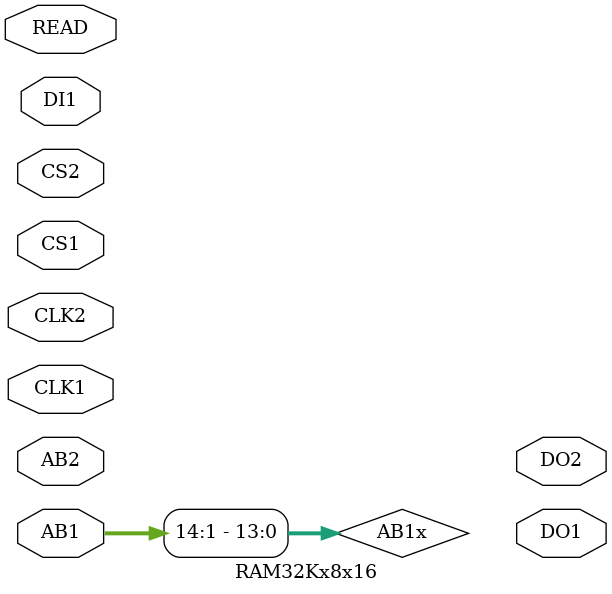
<source format=v>
`timescale 1ns / 1ps

// Enable the following define to use synchronous memory instead of
//		asynchronous (which has been used in real Agats).
// The use of the synchronous memory will improve hardware design on FPGA
`define AG_RAM_SYNCHRONOUS


`ifdef AG_RAM_SYNCHRONOUS

module RAM16Kx1(input CLK1, input[13:0] AB1, input CS1, input READ,
					 output DO1, input DI1,
				    input CLK2, input[13:0] AB2, input CS2, output DO2);
	parameter
      D_00 = 256'h33333333333333333333333333333333CCCCCCCCCCCCCCCCCCCCCCCCCCCCCCCC,
      D_01 = 256'h33333333333333333333333333333333CCCCCCCCCCCCCCCCCCCCCCCCCCCCCCCC,
      D_02 = 256'h33333333333333333333333333333333CCCCCCCCCCCCCCCCCCCCCCCCCCCCCCCC,
      D_03 = 256'h33333333333333333333333333333333CCCCCCCCCCCCCCCCCCCCCCCCCCCCCCCC,
      D_04 = 256'h33333333333333333333333333333333CCCCCCCCCCCCCCCCCCCCCCCCCCCCCCCC,
      D_05 = 256'h33333333333333333333333333333333CCCCCCCCCCCCCCCCCCCCCCCCCCCCCCCC,
      D_06 = 256'h33333333333333333333333333333333CCCCCCCCCCCCCCCCCCCCCCCCCCCCCCCC,
      D_07 = 256'h33333333333333333333333333333333CCCCCCCCCCCCCCCCCCCCCCCCCCCCCCCC,
      D_08 = 256'h33333333333333333333333333333333CCCCCCCCCCCCCCCCCCCCCCCCCCCCCCCC,
      D_09 = 256'h33333333333333333333333333333333CCCCCCCCCCCCCCCCCCCCCCCCCCCCCCCC,
      D_0A = 256'h33333333333333333333333333333333CCCCCCCCCCCCCCCCCCCCCCCCCCCCCCCC,
      D_0B = 256'h33333333333333333333333333333333CCCCCCCCCCCCCCCCCCCCCCCCCCCCCCCC,
      D_0C = 256'h33333333333333333333333333333333CCCCCCCCCCCCCCCCCCCCCCCCCCCCCCCC,
      D_0D = 256'h33333333333333333333333333333333CCCCCCCCCCCCCCCCCCCCCCCCCCCCCCCC,
      D_0E = 256'h33333333333333333333333333333333CCCCCCCCCCCCCCCCCCCCCCCCCCCCCCCC,
      D_0F = 256'h33333333333333333333333333333333CCCCCCCCCCCCCCCCCCCCCCCCCCCCCCCC,
      // Address 4096 to 8191
      D_10 = 256'h33333333333333333333333333333333CCCCCCCCCCCCCCCCCCCCCCCCCCCCCCCC,
      D_11 = 256'h33333333333333333333333333333333CCCCCCCCCCCCCCCCCCCCCCCCCCCCCCCC,
      D_12 = 256'h33333333333333333333333333333333CCCCCCCCCCCCCCCCCCCCCCCCCCCCCCCC,
      D_13 = 256'h33333333333333333333333333333333CCCCCCCCCCCCCCCCCCCCCCCCCCCCCCCC,
      D_14 = 256'h33333333333333333333333333333333CCCCCCCCCCCCCCCCCCCCCCCCCCCCCCCC,
      D_15 = 256'h33333333333333333333333333333333CCCCCCCCCCCCCCCCCCCCCCCCCCCCCCCC,
      D_16 = 256'h33333333333333333333333333333333CCCCCCCCCCCCCCCCCCCCCCCCCCCCCCCC,
      D_17 = 256'h33333333333333333333333333333333CCCCCCCCCCCCCCCCCCCCCCCCCCCCCCCC,
      D_18 = 256'h33333333333333333333333333333333CCCCCCCCCCCCCCCCCCCCCCCCCCCCCCCC,
      D_19 = 256'h33333333333333333333333333333333CCCCCCCCCCCCCCCCCCCCCCCCCCCCCCCC,
      D_1A = 256'h33333333333333333333333333333333CCCCCCCCCCCCCCCCCCCCCCCCCCCCCCCC,
      D_1B = 256'h33333333333333333333333333333333CCCCCCCCCCCCCCCCCCCCCCCCCCCCCCCC,
      D_1C = 256'h33333333333333333333333333333333CCCCCCCCCCCCCCCCCCCCCCCCCCCCCCCC,
      D_1D = 256'h33333333333333333333333333333333CCCCCCCCCCCCCCCCCCCCCCCCCCCCCCCC,
      D_1E = 256'h33333333333333333333333333333333CCCCCCCCCCCCCCCCCCCCCCCCCCCCCCCC,
      D_1F = 256'h33333333333333333333333333333333CCCCCCCCCCCCCCCCCCCCCCCCCCCCCCCC,
      // Address 8192 to 12287
      D_20 = 256'h33333333333333333333333333333333CCCCCCCCCCCCCCCCCCCCCCCCCCCCCCCC,
      D_21 = 256'h33333333333333333333333333333333CCCCCCCCCCCCCCCCCCCCCCCCCCCCCCCC,
      D_22 = 256'h33333333333333333333333333333333CCCCCCCCCCCCCCCCCCCCCCCCCCCCCCCC,
      D_23 = 256'h33333333333333333333333333333333CCCCCCCCCCCCCCCCCCCCCCCCCCCCCCCC,
      D_24 = 256'h33333333333333333333333333333333CCCCCCCCCCCCCCCCCCCCCCCCCCCCCCCC,
      D_25 = 256'h33333333333333333333333333333333CCCCCCCCCCCCCCCCCCCCCCCCCCCCCCCC,
      D_26 = 256'h33333333333333333333333333333333CCCCCCCCCCCCCCCCCCCCCCCCCCCCCCCC,
      D_27 = 256'h33333333333333333333333333333333CCCCCCCCCCCCCCCCCCCCCCCCCCCCCCCC,
      D_28 = 256'h33333333333333333333333333333333CCCCCCCCCCCCCCCCCCCCCCCCCCCCCCCC,
      D_29 = 256'h33333333333333333333333333333333CCCCCCCCCCCCCCCCCCCCCCCCCCCCCCCC,
      D_2A = 256'h33333333333333333333333333333333CCCCCCCCCCCCCCCCCCCCCCCCCCCCCCCC,
      D_2B = 256'h33333333333333333333333333333333CCCCCCCCCCCCCCCCCCCCCCCCCCCCCCCC,
      D_2C = 256'h33333333333333333333333333333333CCCCCCCCCCCCCCCCCCCCCCCCCCCCCCCC,
      D_2D = 256'h33333333333333333333333333333333CCCCCCCCCCCCCCCCCCCCCCCCCCCCCCCC,
      D_2E = 256'h33333333333333333333333333333333CCCCCCCCCCCCCCCCCCCCCCCCCCCCCCCC,
      D_2F = 256'h33333333333333333333333333333333CCCCCCCCCCCCCCCCCCCCCCCCCCCCCCCC,
      // Address 12288 to 16383
      D_30 = 256'h33333333333333333333333333333333CCCCCCCCCCCCCCCCCCCCCCCCCCCCCCCC,
      D_31 = 256'h33333333333333333333333333333333CCCCCCCCCCCCCCCCCCCCCCCCCCCCCCCC,
      D_32 = 256'h33333333333333333333333333333333CCCCCCCCCCCCCCCCCCCCCCCCCCCCCCCC,
      D_33 = 256'h33333333333333333333333333333333CCCCCCCCCCCCCCCCCCCCCCCCCCCCCCCC,
      D_34 = 256'h33333333333333333333333333333333CCCCCCCCCCCCCCCCCCCCCCCCCCCCCCCC,
      D_35 = 256'h33333333333333333333333333333333CCCCCCCCCCCCCCCCCCCCCCCCCCCCCCCC,
      D_36 = 256'h33333333333333333333333333333333CCCCCCCCCCCCCCCCCCCCCCCCCCCCCCCC,
      D_37 = 256'h33333333333333333333333333333333CCCCCCCCCCCCCCCCCCCCCCCCCCCCCCCC,
      D_38 = 256'h33333333333333333333333333333333CCCCCCCCCCCCCCCCCCCCCCCCCCCCCCCC,
      D_39 = 256'h33333333333333333333333333333333CCCCCCCCCCCCCCCCCCCCCCCCCCCCCCCC,
      D_3A = 256'h33333333333333333333333333333333CCCCCCCCCCCCCCCCCCCCCCCCCCCCCCCC,
      D_3B = 256'h33333333333333333333333333333333CCCCCCCCCCCCCCCCCCCCCCCCCCCCCCCC,
      D_3C = 256'h33333333333333333333333333333333CCCCCCCCCCCCCCCCCCCCCCCCCCCCCCCC,
      D_3D = 256'h33333333333333333333333333333333CCCCCCCCCCCCCCCCCCCCCCCCCCCCCCCC,
      D_3E = 256'h33333333333333333333333333333333CCCCCCCCCCCCCCCCCCCCCCCCCCCCCCCC,
      D_3F = 256'h33333333333333333333333333333333CCCCCCCCCCCCCCCCCCCCCCCCCCCCCCCC;
	
	wire DO1x, DO2x;
	assign DO1 = CS1? DO1x: 1'bZ;
	assign DO2 = CS2? DO2x: 1'bZ;
   // RAMB16_S1_S1: 16k x 1 Dual-Port RAM
   //               Spartan-3E
   // Xilinx HDL Language Template, version 13.3

   RAMB16_S1_S1 #(
      .INIT_A(1'b0),  // Value of output RAM registers on Port A at startup
      .INIT_B(1'b0),  // Value of output RAM registers on Port B at startup
      .SRVAL_A(1'b0), // Port A output value upon SSR assertion
      .SRVAL_B(1'b0), // Port B output value upon SSR assertion
      .WRITE_MODE_A("WRITE_FIRST"), // WRITE_FIRST, READ_FIRST or NO_CHANGE
      .WRITE_MODE_B("WRITE_FIRST"), // WRITE_FIRST, READ_FIRST or NO_CHANGE
      .SIM_COLLISION_CHECK("ALL"),  // "NONE", "WARNING_ONLY", "GENERATE_X_ONLY", "ALL" 

      // The following INIT_xx declarations specify the initial contents of the RAM
      // Address 0 to 4095
      .INIT_00(D_00), .INIT_01(D_01), .INIT_02(D_02), .INIT_03(D_03),
      .INIT_04(D_04), .INIT_05(D_05), .INIT_06(D_06), .INIT_07(D_07),
      .INIT_08(D_08), .INIT_09(D_09), .INIT_0A(D_0A), .INIT_0B(D_0B),
      .INIT_0C(D_0C), .INIT_0D(D_0D), .INIT_0E(D_0E), .INIT_0F(D_0F),
      // Address 4096 to 8191
      .INIT_10(D_10), .INIT_11(D_11), .INIT_12(D_12), .INIT_13(D_13),
      .INIT_14(D_14), .INIT_15(D_15), .INIT_16(D_16), .INIT_17(D_17),
      .INIT_18(D_18), .INIT_19(D_19), .INIT_1A(D_1A), .INIT_1B(D_1B),
      .INIT_1C(D_1C), .INIT_1D(D_1D), .INIT_1E(D_1E), .INIT_1F(D_1F),
      // Address 8192 to 12287
      .INIT_20(D_20), .INIT_21(D_21), .INIT_22(D_22), .INIT_23(D_23),
      .INIT_24(D_24), .INIT_25(D_25), .INIT_26(D_26), .INIT_27(D_27),
      .INIT_28(D_28), .INIT_29(D_29), .INIT_2A(D_2A), .INIT_2B(D_2B),
      .INIT_2C(D_2C), .INIT_2D(D_2D), .INIT_2E(D_2E), .INIT_2F(D_2F),
      // Address 12288 to 16383
      .INIT_30(D_30), .INIT_31(D_31), .INIT_32(D_32), .INIT_33(D_33),
      .INIT_34(D_34), .INIT_35(D_35), .INIT_36(D_36), .INIT_37(D_37),
      .INIT_38(D_38), .INIT_39(D_39), .INIT_3A(D_3A), .INIT_3B(D_3B),
      .INIT_3C(D_3C), .INIT_3D(D_3D), .INIT_3E(D_3E), .INIT_3F(D_3F)
   ) RAMB16_S1_S1_inst (
      .DOA(DO1x),     // Port A 1-bit Data Output
      .DOB(DO2x),     // Port B 1-bit Data Output
      .ADDRA(AB1),    // Port A 14-bit Address Input
      .ADDRB(AB2),    // Port B 14-bit Address Input
      .CLKA(CLK1),    // Port A Clock
      .CLKB(CLK2),    // Port B Clock
      .DIA(DI1),      // Port A 1-bit Data Input
      .DIB(1'bZ),     // Port B 1-bit Data Input
      .ENA(CS1),      // Port A RAM Enable Input
      .ENB(CS2),      // Port B RAM Enable Input
      .SSRA(1'b0),    // Port A Synchronous Set/Reset Input
      .SSRB(1'b0),    // Port B Synchronous Set/Reset Input
      .WEA(~READ),    // Port A Write Enable Input
      .WEB(1'b0)      // Port B Write Enable Input
   );
endmodule


`else


module RAM1Kx1(input CLK1, input[9:0] AB1, input CS1, input READ,
					 output DO1, input DI1,
				    input CLK2, input[9:0] AB2, input CS2, output DO2);
	parameter FILL = 256'h33333333333333333333333333333333CCCCCCCCCCCCCCCCCCCCCCCCCCCCCCCC;
	reg mem[0:'h3FF];
	integer i;

	initial
		for (i = 0; i < 'h400; i = i + 1) 
			mem[i] = (FILL&(256'b01<<(i&'hFF)))?1'b1:1'b0;

	assign DO1 = (CS1 && READ)? mem[AB1]: 1'bZ;
	assign DO2 = CS2? mem[AB2]: 1'bZ;
	always @(posedge CLK1) if (CS1 && !READ) mem[AB1] <= DI1;
endmodule



module RAM16Kx1(input CLK1, input[13:0] AB1, input CS1, input READ,
					 output DO1, input DI1,
				    input CLK2, input[13:0] AB2, input CS2, output DO2);
	wire[3:0] SEL1 = AB1[13:10];
	wire[3:0] SEL2 = AB2[13:10];

	RAM1Kx1 ram0(CLK1, AB1[9:0], CS1 && (SEL1 == 4'h0), READ, DO1, DI1,
					CLK2, AB2[9:0],  CS2 && (SEL2 == 4'h0), DO2);
	RAM1Kx1 ram1(CLK1, AB1[9:0], CS1 && (SEL1 == 4'h1), READ, DO1, DI1,
					CLK2, AB2[9:0],  CS2 && (SEL2 == 4'h1), DO2);
	RAM1Kx1 ram2(CLK1, AB1[9:0], CS1 && (SEL1 == 4'h2), READ, DO1, DI1,
					CLK2, AB2[9:0],  CS2 && (SEL2 == 4'h2), DO2);
	RAM1Kx1 ram3(CLK1, AB1[9:0], CS1 && (SEL1 == 4'h3), READ, DO1, DI1,
					CLK2, AB2[9:0],  CS2 && (SEL2 == 4'h3), DO2);
	RAM1Kx1 ram4(CLK1, AB1[9:0], CS1 && (SEL1 == 4'h4), READ, DO1, DI1,
					CLK2, AB2[9:0],  CS2 && (SEL2 == 4'h4), DO2);
	RAM1Kx1 ram5(CLK1, AB1[9:0], CS1 && (SEL1 == 4'h5), READ, DO1, DI1,
					CLK2, AB2[9:0],  CS2 && (SEL2 == 4'h5), DO2);
	RAM1Kx1 ram6(CLK1, AB1[9:0], CS1 && (SEL1 == 4'h6), READ, DO1, DI1,
					CLK2, AB2[9:0],  CS2 && (SEL2 == 4'h6), DO2);
	RAM1Kx1 ram7(CLK1, AB1[9:0], CS1 && (SEL1 == 4'h7), READ, DO1, DI1,
					CLK2, AB2[9:0],  CS2 && (SEL2 == 4'h7), DO2);
	RAM1Kx1 ram8(CLK1, AB1[9:0], CS1 && (SEL1 == 4'h8), READ, DO1, DI1,
					CLK2, AB2[9:0],  CS2 && (SEL2 == 4'h8), DO2);
	RAM1Kx1 ram9(CLK1, AB1[9:0], CS1 && (SEL1 == 4'h9), READ, DO1, DI1,
					CLK2, AB2[9:0],  CS2 && (SEL2 == 4'h9), DO2);
	RAM1Kx1 ramA(CLK1, AB1[9:0], CS1 && (SEL1 == 4'hA), READ, DO1, DI1,
					CLK2, AB2[9:0],  CS2 && (SEL2 == 4'hA), DO2);
	RAM1Kx1 ramB(CLK1, AB1[9:0], CS1 && (SEL1 == 4'hB), READ, DO1, DI1,
					CLK2, AB2[9:0],  CS2 && (SEL2 == 4'hB), DO2);
	RAM1Kx1 ramC(CLK1, AB1[9:0], CS1 && (SEL1 == 4'hC), READ, DO1, DI1,
					CLK2, AB2[9:0],  CS2 && (SEL2 == 4'hC), DO2);
	RAM1Kx1 ramD(CLK1, AB1[9:0], CS1 && (SEL1 == 4'hD), READ, DO1, DI1,
					CLK2, AB2[9:0],  CS2 && (SEL2 == 4'hD), DO2);
	RAM1Kx1 ramE(CLK1, AB1[9:0], CS1 && (SEL1 == 4'hE), READ, DO1, DI1,
					CLK2, AB2[9:0],  CS2 && (SEL2 == 4'hE), DO2);
	RAM1Kx1 ramF(CLK1, AB1[9:0], CS1 && (SEL1 == 4'hF), READ, DO1, DI1,
					CLK2, AB2[9:0],  CS2 && (SEL2 == 4'hF), DO2);
endmodule

`endif // synchronous


/*
	Data bus for video controller:
	A0=0, DO2:               A0=1, DO2:
	15 14 13 12 11 10 09 08  07 06 05 04 03 02 01 00
	Data bus for processor:
	A0=0, DO1/DI1:           A0=1, DO1/DI1:
	07 06 05 04 03 02 01 00  07 06 05 04 03 02 01 00
*/
module RAM32Kx8x16(input CLK1, input[14:0] AB1, input CS1, 
					 input READ, output[7:0] DO1, input[7:0] DI1,
				    input CLK2, input[13:0] AB2, input CS2, output[15:0] DO2);
	wire[1:0] CSM = {(~AB1[0]) & CS1, AB1[0] & CS1}; // CS for modules
	wire[13:0] AB1x = AB1[14:1];
`include "juke-box.v"
/*	RAM16Kx1 ram0(CLK1, AB1x, CSM[0], READ, DO1[0], DI1[0], CLK2, AB2, CS2, DO2[0]);
	RAM16Kx1 ram1(CLK1, AB1x, CSM[0], READ, DO1[1], DI1[1], CLK2, AB2, CS2, DO2[1]);
	RAM16Kx1 ram2(CLK1, AB1x, CSM[0], READ, DO1[2], DI1[2], CLK2, AB2, CS2, DO2[2]);
	RAM16Kx1 ram3(CLK1, AB1x, CSM[0], READ, DO1[3], DI1[3], CLK2, AB2, CS2, DO2[3]);
	RAM16Kx1 ram4(CLK1, AB1x, CSM[0], READ, DO1[4], DI1[4], CLK2, AB2, CS2, DO2[4]);
	RAM16Kx1 ram5(CLK1, AB1x, CSM[0], READ, DO1[5], DI1[5], CLK2, AB2, CS2, DO2[5]);
	RAM16Kx1 ram6(CLK1, AB1x, CSM[0], READ, DO1[6], DI1[6], CLK2, AB2, CS2, DO2[6]);
	RAM16Kx1 ram7(CLK1, AB1x, CSM[0], READ, DO1[7], DI1[7], CLK2, AB2, CS2, DO2[7]);
	                                                                        
	RAM16Kx1 ram8(CLK1, AB1x, CSM[1], READ, DO1[0], DI1[0], CLK2, AB2, CS2, DO2[8]);
	RAM16Kx1 ram9(CLK1, AB1x, CSM[1], READ, DO1[1], DI1[1], CLK2, AB2, CS2, DO2[9]);
	RAM16Kx1 ramA(CLK1, AB1x, CSM[1], READ, DO1[2], DI1[2], CLK2, AB2, CS2, DO2[10]);
	RAM16Kx1 ramB(CLK1, AB1x, CSM[1], READ, DO1[3], DI1[3], CLK2, AB2, CS2, DO2[11]);
	RAM16Kx1 ramC(CLK1, AB1x, CSM[1], READ, DO1[4], DI1[4], CLK2, AB2, CS2, DO2[12]);
	RAM16Kx1 ramD(CLK1, AB1x, CSM[1], READ, DO1[5], DI1[5], CLK2, AB2, CS2, DO2[13]);
	RAM16Kx1 ramE(CLK1, AB1x, CSM[1], READ, DO1[6], DI1[6], CLK2, AB2, CS2, DO2[14]);
	RAM16Kx1 ramF(CLK1, AB1x, CSM[1], READ, DO1[7], DI1[7], CLK2, AB2, CS2, DO2[15]);*/
endmodule

</source>
